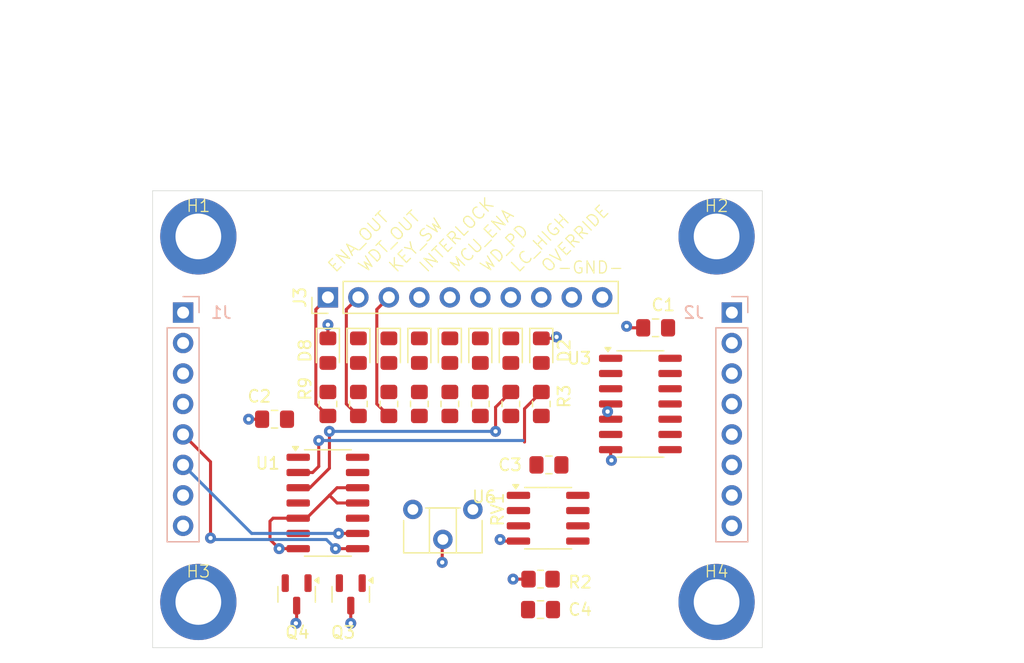
<source format=kicad_pcb>
(kicad_pcb (version 20240108) (generator "pcbnew") (generator_version "8.0")
  (layers (0 "F.Cu" signal) (1 "In1.Cu" signal) (2 "In2.Cu" signal) (31 "B.Cu" signal) (34 "B.Paste" user) (35 "F.Paste" user) (36 "B.SilkS" user "B.Silkscreen") (37 "F.SilkS" user "F.Silkscreen") (38 "B.Mask" user) (39 "F.Mask" user) (44 "Edge.Cuts" user))
  (net 0 "")
  (net 1 "GND")
  (net 2 "+5V")
  (net 3 "Net-(Q3-D)")
  (net 4 "Net-(Q3-G)")
  (net 6 "Net-(U1-Pad10)")
  (net 10 "Net-(U6-TR)")
  (net 13 "Net-(D1-A)")
  (net 16 "Net-(D2-A)")
  (net 17 "Net-(D3-A)")
  (net 18 "Net-(D4-A)")
  (net 19 "Net-(D5-A)")
  (net 20 "Net-(D6-A)")
  (net 21 "Net-(D7-A)")
  (net 22 "Net-(D8-A)")
  (net 23 "/LC_HIGH")
  (net 24 "/WD_PHOTODIODE")
  (net 25 "/OVERRIDE")
  (net 26 "/KEY_SW")
  (net 27 "/MCU_ENA")
  (net 28 "/INTERLOCK")
  (net 29 "/LASER_ENA")
  (net 30 "/WDT_OUT")
  (net 31 "Net-(R2-Pad1)")
  (footprint "my_mtg_hole:hole_250_150" (layer "F.Cu") (at 123.19 105.41)
    (property "Reference" "H3" (at 0 -2.54 0) (layer "F.SilkS") (effects (font (thickness 0.1))))
    (property "Value" "MountingHole_Pad")
    (pad "1" thru_hole circle (at 0 0) (size 6.35 6.35) (drill 3.81) (layers "*.Cu" "*.Mask") (net 1 "GND"))
  )
  (footprint "my_mtg_hole:hole_250_150" (layer "F.Cu") (at 166.37 74.93)
    (property "Reference" "H2" (at 0 -2.54 0) (layer "F.SilkS") (effects (font (thickness 0.1))))
    (property "Value" "MountingHole_Pad")
    (pad "1" thru_hole circle (at 0 0) (size 6.35 6.35) (drill 3.81) (layers "*.Cu" "*.Mask") (net 1 "GND"))
  )
  (footprint "Resistor_SMD:R_0805_2012Metric_Pad1.20x1.40mm_HandSolder" (layer "F.Cu") (at 146.685 88.9 -90)
    (property "Reference" "R4" (hide yes))
    (property "Value" "470")
    (fp_line (start -0.227064 0.735) (end 0.227064 0.735) (stroke (width 0.12)) (layer "F.SilkS"))
    (fp_line (start -0.227064 -0.735) (end 0.227064 -0.735) (stroke (width 0.12)) (layer "F.SilkS"))
    (pad "1" smd roundrect (at -1 0 270) (size 1.2 1.4) (layers "F.Cu" "F.Paste" "F.Mask") (roundrect_rratio 0.208333) (net 24 "/WD_PHOTODIODE"))
    (pad "2" smd roundrect (at 1 0 270) (size 1.2 1.4) (layers "F.Cu" "F.Paste" "F.Mask") (roundrect_rratio 0.208333) (net 17 "Net-(D3-A)"))
  )
  (footprint "LED_SMD:LED_0805_2012Metric_Pad1.15x1.40mm_HandSolder" (layer "F.Cu") (at 133.985 84.455 -90)
    (property "Reference" "D8" (at 0 1.905 90) (layer "F.SilkS"))
    (property "Value" "LED")
    (fp_line (start -1.86 0.96) (end 1 0.96) (stroke (width 0.12)) (layer "F.SilkS"))
    (fp_line (start -1.86 -0.96) (end -1.86 0.96) (stroke (width 0.12)) (layer "F.SilkS"))
    (fp_line (start 1 -0.96) (end -1.86 -0.96) (stroke (width 0.12)) (layer "F.SilkS"))
    (pad "1" smd roundrect (at -1.025 0 270) (size 1.15 1.4) (layers "F.Cu" "F.Paste" "F.Mask") (roundrect_rratio 0.217391) (net 1 "GND"))
    (pad "2" smd roundrect (at 1.025 0 270) (size 1.15 1.4) (layers "F.Cu" "F.Paste" "F.Mask") (roundrect_rratio 0.217391) (net 22 "Net-(D8-A)"))
  )
  (footprint "my_mtg_hole:hole_250_150" (layer "F.Cu") (at 166.37 105.41)
    (property "Reference" "H4" (at 0 -2.54 0) (layer "F.SilkS") (effects (font (thickness 0.1))))
    (property "Value" "MountingHole_Pad")
    (pad "1" thru_hole circle (at 0 0) (size 6.35 6.35) (drill 3.81) (layers "*.Cu" "*.Mask") (net 1 "GND"))
  )
  (footprint "LED_SMD:LED_0805_2012Metric_Pad1.15x1.40mm_HandSolder" (layer "F.Cu") (at 151.765 84.455 -90)
    (property "Reference" "D2" (at 0 -1.905 90) (layer "F.SilkS"))
    (property "Value" "LED")
    (fp_line (start -1.86 0.96) (end 1 0.96) (stroke (width 0.12)) (layer "F.SilkS"))
    (fp_line (start -1.86 -0.96) (end -1.86 0.96) (stroke (width 0.12)) (layer "F.SilkS"))
    (fp_line (start 1 -0.96) (end -1.86 -0.96) (stroke (width 0.12)) (layer "F.SilkS"))
    (pad "1" smd roundrect (at -1.025 0 270) (size 1.15 1.4) (layers "F.Cu" "F.Paste" "F.Mask") (roundrect_rratio 0.217391) (net 1 "GND"))
    (pad "2" smd roundrect (at 1.025 0 270) (size 1.15 1.4) (layers "F.Cu" "F.Paste" "F.Mask") (roundrect_rratio 0.217391) (net 16 "Net-(D2-A)"))
  )
  (footprint "Package_SO:SOIC-14_3.9x8.7mm_P1.27mm" (layer "F.Cu") (at 160.02 88.9)
    (property "Reference" "U3" (at -5.08 -3.81 0) (layer "F.SilkS"))
    (property "Value" "74LS11")
    (fp_line (start 0 -4.435) (end -1.95 -4.435) (stroke (width 0.12)) (layer "F.SilkS"))
    (fp_line (start 0 -4.435) (end 1.95 -4.435) (stroke (width 0.12)) (layer "F.SilkS"))
    (fp_line (start 0 4.435) (end -1.95 4.435) (stroke (width 0.12)) (layer "F.SilkS"))
    (fp_line (start 0 4.435) (end 1.95 4.435) (stroke (width 0.12)) (layer "F.SilkS"))
    (fp_poly (pts (xy -2.7 -4.37) (xy -2.94 -4.7) (xy -2.46 -4.7) (xy -2.7 -4.37)) (stroke (width 0.12)) (fill solid) (layer "F.SilkS"))
    (pad "1" smd roundrect (at -2.475 -3.81) (size 1.95 0.6) (layers "F.Cu" "F.Paste" "F.Mask") (net 30 "/WDT_OUT"))
    (pad "2" smd roundrect (at -2.475 -2.54) (size 1.95 0.6) (layers "F.Cu" "F.Paste" "F.Mask") (net 27 "/MCU_ENA"))
    (pad "3" smd roundrect (at -2.475 -1.27) (size 1.95 0.6) (layers "F.Cu" "F.Paste" "F.Mask") (net 1 "GND"))
    (pad "4" smd roundrect (at -2.475 0) (size 1.95 0.6) (layers "F.Cu" "F.Paste" "F.Mask") (net 1 "GND"))
    (pad "5" smd roundrect (at -2.475 1.27) (size 1.95 0.6) (layers "F.Cu" "F.Paste" "F.Mask") (net 1 "GND"))
    (pad "6" smd roundrect (at -2.475 2.54) (size 1.95 0.6) (layers "F.Cu" "F.Paste" "F.Mask"))
    (pad "7" smd roundrect (at -2.475 3.81) (size 1.95 0.6) (layers "F.Cu" "F.Paste" "F.Mask") (net 1 "GND"))
    (pad "8" smd roundrect (at 2.475 3.81) (size 1.95 0.6) (layers "F.Cu" "F.Paste" "F.Mask"))
    (pad "9" smd roundrect (at 2.475 2.54) (size 1.95 0.6) (layers "F.Cu" "F.Paste" "F.Mask") (net 1 "GND"))
    (pad "10" smd roundrect (at 2.475 1.27) (size 1.95 0.6) (layers "F.Cu" "F.Paste" "F.Mask") (net 1 "GND"))
    (pad "11" smd roundrect (at 2.475 0) (size 1.95 0.6) (layers "F.Cu" "F.Paste" "F.Mask") (net 1 "GND"))
    (pad "12" smd roundrect (at 2.475 -1.27) (size 1.95 0.6) (layers "F.Cu" "F.Paste" "F.Mask") (net 29 "/LASER_ENA"))
    (pad "13" smd roundrect (at 2.475 -2.54) (size 1.95 0.6) (layers "F.Cu" "F.Paste" "F.Mask") (net 6 "Net-(U1-Pad10)"))
    (pad "14" smd roundrect (at 2.475 -3.81) (size 1.95 0.6) (layers "F.Cu" "F.Paste" "F.Mask") (net 2 "+5V"))
  )
  (footprint "Resistor_SMD:R_0805_2012Metric_Pad1.20x1.40mm_HandSolder" (layer "F.Cu") (at 133.985 88.9 90)
    (property "Reference" "R9" (at 1.27 -1.905 -90) (layer "F.SilkS"))
    (property "Value" "470")
    (fp_line (start -0.227064 -0.735) (end 0.227064 -0.735) (stroke (width 0.12)) (layer "F.SilkS"))
    (fp_line (start -0.227064 0.735) (end 0.227064 0.735) (stroke (width 0.12)) (layer "F.SilkS"))
    (pad "1" smd roundrect (at -1 0 90) (size 1.2 1.4) (layers "F.Cu" "F.Paste" "F.Mask") (roundrect_rratio 0.208333) (net 29 "/LASER_ENA"))
    (pad "2" smd roundrect (at 1 0 90) (size 1.2 1.4) (layers "F.Cu" "F.Paste" "F.Mask") (roundrect_rratio 0.208333) (net 22 "Net-(D8-A)"))
  )
  (footprint "Resistor_SMD:R_0805_2012Metric_Pad1.20x1.40mm_HandSolder" (layer "F.Cu") (at 144.145 88.9 -90)
    (property "Reference" "R5" (hide yes))
    (property "Value" "470")
    (fp_line (start -0.227064 0.735) (end 0.227064 0.735) (stroke (width 0.12)) (layer "F.SilkS"))
    (fp_line (start -0.227064 -0.735) (end 0.227064 -0.735) (stroke (width 0.12)) (layer "F.SilkS"))
    (pad "1" smd roundrect (at -1 0 270) (size 1.2 1.4) (layers "F.Cu" "F.Paste" "F.Mask") (roundrect_rratio 0.208333) (net 27 "/MCU_ENA"))
    (pad "2" smd roundrect (at 1 0 270) (size 1.2 1.4) (layers "F.Cu" "F.Paste" "F.Mask") (roundrect_rratio 0.208333) (net 18 "Net-(D4-A)"))
  )
  (footprint "Resistor_SMD:R_0805_2012Metric_Pad1.20x1.40mm_HandSolder" (layer "F.Cu") (at 151.7 103.505)
    (property "Reference" "R2" (at 3.302 0.254 0) (layer "F.SilkS"))
    (property "Value" "R_US")
    (fp_line (start -0.227064 -0.735) (end 0.227064 -0.735) (stroke (width 0.12)) (layer "F.SilkS"))
    (fp_line (start -0.227064 0.735) (end 0.227064 0.735) (stroke (width 0.12)) (layer "F.SilkS"))
    (pad "1" smd roundrect (at -1 0) (size 1.2 1.4) (layers "F.Cu" "F.Paste" "F.Mask") (roundrect_rratio 0.208333) (net 31 "Net-(R2-Pad1)"))
    (pad "2" smd roundrect (at 1 0) (size 1.2 1.4) (layers "F.Cu" "F.Paste" "F.Mask") (roundrect_rratio 0.208333) (net 3 "Net-(Q3-D)"))
  )
  (footprint "LED_SMD:LED_0805_2012Metric_Pad1.15x1.40mm_HandSolder" (layer "F.Cu") (at 144.145 84.455 -90)
    (property "Reference" "D4" (hide yes))
    (property "Value" "LED")
    (fp_line (start -1.86 0.96) (end 1 0.96) (stroke (width 0.12)) (layer "F.SilkS"))
    (fp_line (start -1.86 -0.96) (end -1.86 0.96) (stroke (width 0.12)) (layer "F.SilkS"))
    (fp_line (start 1 -0.96) (end -1.86 -0.96) (stroke (width 0.12)) (layer "F.SilkS"))
    (pad "1" smd roundrect (at -1.025 0 270) (size 1.15 1.4) (layers "F.Cu" "F.Paste" "F.Mask") (roundrect_rratio 0.217391) (net 1 "GND"))
    (pad "2" smd roundrect (at 1.025 0 270) (size 1.15 1.4) (layers "F.Cu" "F.Paste" "F.Mask") (roundrect_rratio 0.217391) (net 18 "Net-(D4-A)"))
  )
  (footprint "Capacitor_SMD:C_0805_2012Metric_Pad1.18x1.45mm_HandSolder" (layer "F.Cu") (at 161.29 82.55 180)
    (property "Reference" "C1" (at -0.635 1.905 180) (layer "F.SilkS"))
    (property "Value" "C_Small")
    (fp_line (start -0.261252 0.735) (end 0.261252 0.735) (stroke (width 0.12)) (layer "F.SilkS"))
    (fp_line (start -0.261252 -0.735) (end 0.261252 -0.735) (stroke (width 0.12)) (layer "F.SilkS"))
    (pad "1" smd roundrect (at -1.0375 0 180) (size 1.175 1.45) (layers "F.Cu" "F.Paste" "F.Mask") (roundrect_rratio 0.212766) (net 2 "+5V"))
    (pad "2" smd roundrect (at 1.0375 0 180) (size 1.175 1.45) (layers "F.Cu" "F.Paste" "F.Mask") (roundrect_rratio 0.212766) (net 1 "GND"))
  )
  (footprint "Resistor_SMD:R_0805_2012Metric_Pad1.20x1.40mm_HandSolder" (layer "F.Cu") (at 139.065 88.9 90)
    (property "Reference" "R7" (hide yes))
    (property "Value" "470")
    (fp_line (start -0.227064 -0.735) (end 0.227064 -0.735) (stroke (width 0.12)) (layer "F.SilkS"))
    (fp_line (start -0.227064 0.735) (end 0.227064 0.735) (stroke (width 0.12)) (layer "F.SilkS"))
    (pad "1" smd roundrect (at -1 0 90) (size 1.2 1.4) (layers "F.Cu" "F.Paste" "F.Mask") (roundrect_rratio 0.208333) (net 26 "/KEY_SW"))
    (pad "2" smd roundrect (at 1 0 90) (size 1.2 1.4) (layers "F.Cu" "F.Paste" "F.Mask") (roundrect_rratio 0.208333) (net 20 "Net-(D6-A)"))
  )
  (footprint "Capacitor_SMD:C_0805_2012Metric_Pad1.18x1.45mm_HandSolder" (layer "F.Cu") (at 151.7 106.045 180)
    (property "Reference" "C4" (at -3.302 0 180) (layer "F.SilkS"))
    (property "Value" "C_Small")
    (fp_line (start -0.261252 0.735) (end 0.261252 0.735) (stroke (width 0.12)) (layer "F.SilkS"))
    (fp_line (start -0.261252 -0.735) (end 0.261252 -0.735) (stroke (width 0.12)) (layer "F.SilkS"))
    (pad "1" smd roundrect (at -1.0375 0 180) (size 1.175 1.45) (layers "F.Cu" "F.Paste" "F.Mask") (roundrect_rratio 0.212766) (net 3 "Net-(Q3-D)"))
    (pad "2" smd roundrect (at 1.0375 0 180) (size 1.175 1.45) (layers "F.Cu" "F.Paste" "F.Mask") (roundrect_rratio 0.212766) (net 1 "GND"))
  )
  (footprint "LED_SMD:LED_0805_2012Metric_Pad1.15x1.40mm_HandSolder" (layer "F.Cu") (at 149.225 84.455 -90)
    (property "Reference" "D1" (hide yes))
    (property "Value" "LED")
    (fp_line (start -1.86 0.96) (end 1 0.96) (stroke (width 0.12)) (layer "F.SilkS"))
    (fp_line (start -1.86 -0.96) (end -1.86 0.96) (stroke (width 0.12)) (layer "F.SilkS"))
    (fp_line (start 1 -0.96) (end -1.86 -0.96) (stroke (width 0.12)) (layer "F.SilkS"))
    (pad "1" smd roundrect (at -1.025 0 270) (size 1.15 1.4) (layers "F.Cu" "F.Paste" "F.Mask") (roundrect_rratio 0.217391) (net 1 "GND"))
    (pad "2" smd roundrect (at 1.025 0 270) (size 1.15 1.4) (layers "F.Cu" "F.Paste" "F.Mask") (roundrect_rratio 0.217391) (net 13 "Net-(D1-A)"))
  )
  (footprint "Resistor_SMD:R_0805_2012Metric_Pad1.20x1.40mm_HandSolder" (layer "F.Cu") (at 149.225 88.9 -90)
    (property "Reference" "R1" (hide yes))
    (property "Value" "470")
    (fp_line (start -0.227064 0.735) (end 0.227064 0.735) (stroke (width 0.12)) (layer "F.SilkS"))
    (fp_line (start -0.227064 -0.735) (end 0.227064 -0.735) (stroke (width 0.12)) (layer "F.SilkS"))
    (pad "1" smd roundrect (at -1 0 270) (size 1.2 1.4) (layers "F.Cu" "F.Paste" "F.Mask") (roundrect_rratio 0.208333) (net 23 "/LC_HIGH"))
    (pad "2" smd roundrect (at 1 0 270) (size 1.2 1.4) (layers "F.Cu" "F.Paste" "F.Mask") (roundrect_rratio 0.208333) (net 13 "Net-(D1-A)"))
  )
  (footprint "Package_TO_SOT_SMD:SOT-23" (layer "F.Cu") (at 135.89 104.775 -90)
    (property "Reference" "Q3" (at 3.175 0.635 180) (layer "F.SilkS"))
    (property "Value" "NMOS")
    (fp_line (start 0 1.56) (end -0.65 1.56) (stroke (width 0.12)) (layer "F.SilkS"))
    (fp_line (start 0 1.56) (end 0.65 1.56) (stroke (width 0.12)) (layer "F.SilkS"))
    (fp_line (start 0 -1.56) (end -0.65 -1.56) (stroke (width 0.12)) (layer "F.SilkS"))
    (fp_line (start 0 -1.56) (end 0.65 -1.56) (stroke (width 0.12)) (layer "F.SilkS"))
    (fp_poly (pts (xy -1.1625 -1.51) (xy -1.4025 -1.84) (xy -0.9225 -1.84) (xy -1.1625 -1.51)) (stroke (width 0.12)) (fill solid) (layer "F.SilkS"))
    (pad "1" smd roundrect (at -0.9375 -0.95 270) (size 1.475 0.6) (layers "F.Cu" "F.Paste" "F.Mask") (net 3 "Net-(Q3-D)"))
    (pad "2" smd roundrect (at -0.9375 0.95 270) (size 1.475 0.6) (layers "F.Cu" "F.Paste" "F.Mask") (net 4 "Net-(Q3-G)"))
    (pad "3" smd roundrect (at 0.9375 0 270) (size 1.475 0.6) (layers "F.Cu" "F.Paste" "F.Mask") (net 1 "GND"))
  )
  (footprint "Package_TO_SOT_SMD:SOT-23" (layer "F.Cu") (at 131.38 104.775 -90)
    (property "Reference" "Q4" (at 3.175 -0.065 180) (layer "F.SilkS"))
    (property "Value" "NMOS")
    (fp_line (start 0 1.56) (end -0.65 1.56) (stroke (width 0.12)) (layer "F.SilkS"))
    (fp_line (start 0 1.56) (end 0.65 1.56) (stroke (width 0.12)) (layer "F.SilkS"))
    (fp_line (start 0 -1.56) (end -0.65 -1.56) (stroke (width 0.12)) (layer "F.SilkS"))
    (fp_line (start 0 -1.56) (end 0.65 -1.56) (stroke (width 0.12)) (layer "F.SilkS"))
    (fp_poly (pts (xy -1.1625 -1.51) (xy -1.4025 -1.84) (xy -0.9225 -1.84) (xy -1.1625 -1.51)) (stroke (width 0.12)) (fill solid) (layer "F.SilkS"))
    (pad "1" smd roundrect (at -0.9375 -0.95 270) (size 1.475 0.6) (layers "F.Cu" "F.Paste" "F.Mask") (net 3 "Net-(Q3-D)"))
    (pad "2" smd roundrect (at -0.9375 0.95 270) (size 1.475 0.6) (layers "F.Cu" "F.Paste" "F.Mask") (net 24 "/WD_PHOTODIODE"))
    (pad "3" smd roundrect (at 0.9375 0 270) (size 1.475 0.6) (layers "F.Cu" "F.Paste" "F.Mask") (net 1 "GND"))
  )
  (footprint "Connector_PinHeader_2.54mm:PinHeader_1x10_P2.54mm_Vertical" (layer "F.Cu") (at 133.985 80.01 90)
    (property "Reference" "J3" (at 0 -2.33 90) (layer "F.SilkS"))
    (property "Value" "Conn_01x10")
    (fp_line (start -1.33 -1.33) (end 0 -1.33) (stroke (width 0.12)) (layer "F.SilkS"))
    (fp_line (start -1.33 0) (end -1.33 -1.33) (stroke (width 0.12)) (layer "F.SilkS"))
    (fp_line (start 1.33 1.27) (end 1.33 24.19) (stroke (width 0.12)) (layer "F.SilkS"))
    (fp_line (start -1.33 1.27) (end 1.33 1.27) (stroke (width 0.12)) (layer "F.SilkS"))
    (fp_line (start -1.33 1.27) (end -1.33 24.19) (stroke (width 0.12)) (layer "F.SilkS"))
    (fp_line (start -1.33 24.19) (end 1.33 24.19) (stroke (width 0.12)) (layer "F.SilkS"))
    (pad "1" thru_hole rect (at 0 0 90) (size 1.7 1.7) (drill 1) (layers "*.Cu" "*.Mask") (net 29 "/LASER_ENA"))
    (pad "2" thru_hole oval (at 0 2.54 90) (size 1.7 1.7) (drill 1) (layers "*.Cu" "*.Mask") (net 30 "/WDT_OUT"))
    (pad "3" thru_hole oval (at 0 5.08 90) (size 1.7 1.7) (drill 1) (layers "*.Cu" "*.Mask") (net 26 "/KEY_SW"))
    (pad "4" thru_hole oval (at 0 7.62 90) (size 1.7 1.7) (drill 1) (layers "*.Cu" "*.Mask") (net 28 "/INTERLOCK"))
    (pad "5" thru_hole oval (at 0 10.16 90) (size 1.7 1.7) (drill 1) (layers "*.Cu" "*.Mask") (net 27 "/MCU_ENA"))
    (pad "6" thru_hole oval (at 0 12.7 90) (size 1.7 1.7) (drill 1) (layers "*.Cu" "*.Mask") (net 24 "/WD_PHOTODIODE"))
    (pad "7" thru_hole oval (at 0 15.24 90) (size 1.7 1.7) (drill 1) (layers "*.Cu" "*.Mask") (net 23 "/LC_HIGH"))
    (pad "8" thru_hole oval (at 0 17.78 90) (size 1.7 1.7) (drill 1) (layers "*.Cu" "*.Mask") (net 25 "/OVERRIDE"))
    (pad "9" thru_hole oval (at 0 20.32 90) (size 1.7 1.7) (drill 1) (layers "*.Cu" "*.Mask") (net 1 "GND"))
    (pad "10" thru_hole oval (at 0 22.86 90) (size 1.7 1.7) (drill 1) (layers "*.Cu" "*.Mask") (net 1 "GND"))
  )
  (footprint "Resistor_SMD:R_0805_2012Metric_Pad1.20x1.40mm_HandSolder" (layer "F.Cu") (at 136.525 88.9 90)
    (property "Reference" "R8" (hide yes))
    (property "Value" "470")
    (fp_line (start -0.227064 -0.735) (end 0.227064 -0.735) (stroke (width 0.12)) (layer "F.SilkS"))
    (fp_line (start -0.227064 0.735) (end 0.227064 0.735) (stroke (width 0.12)) (layer "F.SilkS"))
    (pad "1" smd roundrect (at -1 0 90) (size 1.2 1.4) (layers "F.Cu" "F.Paste" "F.Mask") (roundrect_rratio 0.208333) (net 30 "/WDT_OUT"))
    (pad "2" smd roundrect (at 1 0 90) (size 1.2 1.4) (layers "F.Cu" "F.Paste" "F.Mask") (roundrect_rratio 0.208333) (net 21 "Net-(D7-A)"))
  )
  (footprint "Capacitor_SMD:C_0805_2012Metric_Pad1.18x1.45mm_HandSolder" (layer "F.Cu") (at 129.54 90.17 180)
    (property "Reference" "C2" (at 1.27 1.905 180) (layer "F.SilkS"))
    (property "Value" "C_Small")
    (fp_line (start -0.261252 0.735) (end 0.261252 0.735) (stroke (width 0.12)) (layer "F.SilkS"))
    (fp_line (start -0.261252 -0.735) (end 0.261252 -0.735) (stroke (width 0.12)) (layer "F.SilkS"))
    (pad "1" smd roundrect (at -1.0375 0 180) (size 1.175 1.45) (layers "F.Cu" "F.Paste" "F.Mask") (roundrect_rratio 0.212766) (net 2 "+5V"))
    (pad "2" smd roundrect (at 1.0375 0 180) (size 1.175 1.45) (layers "F.Cu" "F.Paste" "F.Mask") (roundrect_rratio 0.212766) (net 1 "GND"))
  )
  (footprint "LED_SMD:LED_0805_2012Metric_Pad1.15x1.40mm_HandSolder" (layer "F.Cu") (at 139.065 84.455 -90)
    (property "Reference" "D6" (hide yes))
    (property "Value" "LED")
    (fp_line (start -1.86 0.96) (end 1 0.96) (stroke (width 0.12)) (layer "F.SilkS"))
    (fp_line (start -1.86 -0.96) (end -1.86 0.96) (stroke (width 0.12)) (layer "F.SilkS"))
    (fp_line (start 1 -0.96) (end -1.86 -0.96) (stroke (width 0.12)) (layer "F.SilkS"))
    (pad "1" smd roundrect (at -1.025 0 270) (size 1.15 1.4) (layers "F.Cu" "F.Paste" "F.Mask") (roundrect_rratio 0.217391) (net 1 "GND"))
    (pad "2" smd roundrect (at 1.025 0 270) (size 1.15 1.4) (layers "F.Cu" "F.Paste" "F.Mask") (roundrect_rratio 0.217391) (net 20 "Net-(D6-A)"))
  )
  (footprint "Capacitor_SMD:C_0805_2012Metric_Pad1.18x1.45mm_HandSolder" (layer "F.Cu") (at 152.4 93.98 180)
    (property "Reference" "C3" (at 3.24 0 180) (layer "F.SilkS"))
    (property "Value" "C_Small")
    (fp_line (start -0.261252 0.735) (end 0.261252 0.735) (stroke (width 0.12)) (layer "F.SilkS"))
    (fp_line (start -0.261252 -0.735) (end 0.261252 -0.735) (stroke (width 0.12)) (layer "F.SilkS"))
    (pad "1" smd roundrect (at -1.0375 0 180) (size 1.175 1.45) (layers "F.Cu" "F.Paste" "F.Mask") (roundrect_rratio 0.212766) (net 2 "+5V"))
    (pad "2" smd roundrect (at 1.0375 0 180) (size 1.175 1.45) (layers "F.Cu" "F.Paste" "F.Mask") (roundrect_rratio 0.212766) (net 1 "GND"))
  )
  (footprint "my_mtg_hole:hole_250_150" (layer "F.Cu") (at 123.19 74.93)
    (property "Reference" "H1" (at 0 -2.54 0) (layer "F.SilkS") (effects (font (thickness 0.1))))
    (property "Value" "MountingHole_Pad")
    (pad "1" thru_hole circle (at 0 0) (size 6.35 6.35) (drill 3.81) (layers "*.Cu" "*.Mask") (net 1 "GND"))
  )
  (footprint "Resistor_SMD:R_0805_2012Metric_Pad1.20x1.40mm_HandSolder" (layer "F.Cu") (at 141.605 88.9 -90)
    (property "Reference" "R6" (hide yes))
    (property "Value" "470")
    (fp_line (start -0.227064 0.735) (end 0.227064 0.735) (stroke (width 0.12)) (layer "F.SilkS"))
    (fp_line (start -0.227064 -0.735) (end 0.227064 -0.735) (stroke (width 0.12)) (layer "F.SilkS"))
    (pad "1" smd roundrect (at -1 0 270) (size 1.2 1.4) (layers "F.Cu" "F.Paste" "F.Mask") (roundrect_rratio 0.208333) (net 28 "/INTERLOCK"))
    (pad "2" smd roundrect (at 1 0 270) (size 1.2 1.4) (layers "F.Cu" "F.Paste" "F.Mask") (roundrect_rratio 0.208333) (net 19 "Net-(D5-A)"))
  )
  (footprint "LED_SMD:LED_0805_2012Metric_Pad1.15x1.40mm_HandSolder" (layer "F.Cu") (at 141.605 84.455 -90)
    (property "Reference" "D5" (hide yes))
    (property "Value" "LED")
    (fp_line (start -1.86 0.96) (end 1 0.96) (stroke (width 0.12)) (layer "F.SilkS"))
    (fp_line (start -1.86 -0.96) (end -1.86 0.96) (stroke (width 0.12)) (layer "F.SilkS"))
    (fp_line (start 1 -0.96) (end -1.86 -0.96) (stroke (width 0.12)) (layer "F.SilkS"))
    (pad "1" smd roundrect (at -1.025 0 270) (size 1.15 1.4) (layers "F.Cu" "F.Paste" "F.Mask") (roundrect_rratio 0.217391) (net 1 "GND"))
    (pad "2" smd roundrect (at 1.025 0 270) (size 1.15 1.4) (layers "F.Cu" "F.Paste" "F.Mask") (roundrect_rratio 0.217391) (net 19 "Net-(D5-A)"))
  )
  (footprint "LED_SMD:LED_0805_2012Metric_Pad1.15x1.40mm_HandSolder" (layer "F.Cu") (at 136.525 84.455 -90)
    (property "Reference" "D7" (hide yes))
    (property "Value" "LED")
    (fp_line (start -1.86 0.96) (end 1 0.96) (stroke (width 0.12)) (layer "F.SilkS"))
    (fp_line (start -1.86 -0.96) (end -1.86 0.96) (stroke (width 0.12)) (layer "F.SilkS"))
    (fp_line (start 1 -0.96) (end -1.86 -0.96) (stroke (width 0.12)) (layer "F.SilkS"))
    (pad "1" smd roundrect (at -1.025 0 270) (size 1.15 1.4) (layers "F.Cu" "F.Paste" "F.Mask") (roundrect_rratio 0.217391) (net 1 "GND"))
    (pad "2" smd roundrect (at 1.025 0 270) (size 1.15 1.4) (layers "F.Cu" "F.Paste" "F.Mask") (roundrect_rratio 0.217391) (net 21 "Net-(D7-A)"))
  )
  (footprint "Resistor_SMD:R_0805_2012Metric_Pad1.20x1.40mm_HandSolder" (layer "F.Cu") (at 151.765 88.9 -90)
    (property "Reference" "R3" (at -0.635 -1.905 90) (layer "F.SilkS"))
    (property "Value" "470")
    (fp_line (start -0.227064 0.735) (end 0.227064 0.735) (stroke (width 0.12)) (layer "F.SilkS"))
    (fp_line (start -0.227064 -0.735) (end 0.227064 -0.735) (stroke (width 0.12)) (layer "F.SilkS"))
    (pad "1" smd roundrect (at -1 0 270) (size 1.2 1.4) (layers "F.Cu" "F.Paste" "F.Mask") (roundrect_rratio 0.208333) (net 25 "/OVERRIDE"))
    (pad "2" smd roundrect (at 1 0 270) (size 1.2 1.4) (layers "F.Cu" "F.Paste" "F.Mask") (roundrect_rratio 0.208333) (net 16 "Net-(D2-A)"))
  )
  (footprint "LED_SMD:LED_0805_2012Metric_Pad1.15x1.40mm_HandSolder" (layer "F.Cu") (at 146.685 84.455 -90)
    (property "Reference" "D3" (hide yes))
    (property "Value" "LED")
    (fp_line (start -1.86 0.96) (end 1 0.96) (stroke (width 0.12)) (layer "F.SilkS"))
    (fp_line (start -1.86 -0.96) (end -1.86 0.96) (stroke (width 0.12)) (layer "F.SilkS"))
    (fp_line (start 1 -0.96) (end -1.86 -0.96) (stroke (width 0.12)) (layer "F.SilkS"))
    (pad "1" smd roundrect (at -1.025 0 270) (size 1.15 1.4) (layers "F.Cu" "F.Paste" "F.Mask") (roundrect_rratio 0.217391) (net 1 "GND"))
    (pad "2" smd roundrect (at 1.025 0 270) (size 1.15 1.4) (layers "F.Cu" "F.Paste" "F.Mask") (roundrect_rratio 0.217391) (net 17 "Net-(D3-A)"))
  )
  (footprint "Package_SO:SOIC-8_3.9x4.9mm_P1.27mm" (layer "F.Cu") (at 152.335 98.425)
    (property "Reference" "U6" (at -5.334 -1.778 0) (layer "F.SilkS"))
    (property "Value" "LMC555xM")
    (fp_line (start 0 -2.56) (end -1.95 -2.56) (stroke (width 0.12)) (layer "F.SilkS"))
    (fp_line (start 0 -2.56) (end 1.95 -2.56) (stroke (width 0.12)) (layer "F.SilkS"))
    (fp_line (start 0 2.56) (end -1.95 2.56) (stroke (width 0.12)) (layer "F.SilkS"))
    (fp_line (start 0 2.56) (end 1.95 2.56) (stroke (width 0.12)) (layer "F.SilkS"))
    (fp_poly (pts (xy -2.7 -2.465) (xy -2.94 -2.795) (xy -2.46 -2.795) (xy -2.7 -2.465)) (stroke (width 0.12)) (fill solid) (layer "F.SilkS"))
    (pad "1" smd roundrect (at -2.475 -1.905) (size 1.95 0.6) (layers "F.Cu" "F.Paste" "F.Mask") (net 1 "GND"))
    (pad "2" smd roundrect (at -2.475 -0.635) (size 1.95 0.6) (layers "F.Cu" "F.Paste" "F.Mask") (net 10 "Net-(U6-TR)"))
    (pad "3" smd roundrect (at -2.475 0.635) (size 1.95 0.6) (layers "F.Cu" "F.Paste" "F.Mask") (net 30 "/WDT_OUT"))
    (pad "4" smd roundrect (at -2.475 1.905) (size 1.95 0.6) (layers "F.Cu" "F.Paste" "F.Mask") (net 2 "+5V"))
    (pad "5" smd roundrect (at 2.475 1.905) (size 1.95 0.6) (layers "F.Cu" "F.Paste" "F.Mask"))
    (pad "6" smd roundrect (at 2.475 0.635) (size 1.95 0.6) (layers "F.Cu" "F.Paste" "F.Mask") (net 3 "Net-(Q3-D)"))
    (pad "7" smd roundrect (at 2.475 -0.635) (size 1.95 0.6) (layers "F.Cu" "F.Paste" "F.Mask") (net 3 "Net-(Q3-D)"))
    (pad "8" smd roundrect (at 2.475 -1.905) (size 1.95 0.6) (layers "F.Cu" "F.Paste" "F.Mask") (net 2 "+5V"))
  )
  (footprint "Package_SO:SOIC-14_3.9x8.7mm_P1.27mm" (layer "F.Cu") (at 133.985 97.155)
    (property "Reference" "U1" (at -5.015 -3.302 0) (layer "F.SilkS"))
    (property "Value" "74LS02")
    (fp_line (start 0 -4.435) (end -1.95 -4.435) (stroke (width 0.12)) (layer "F.SilkS"))
    (fp_line (start 0 -4.435) (end 1.95 -4.435) (stroke (width 0.12)) (layer "F.SilkS"))
    (fp_line (start 0 4.435) (end -1.95 4.435) (stroke (width 0.12)) (layer "F.SilkS"))
    (fp_line (start 0 4.435) (end 1.95 4.435) (stroke (width 0.12)) (layer "F.SilkS"))
    (fp_poly (pts (xy -2.7 -4.37) (xy -2.94 -4.7) (xy -2.46 -4.7) (xy -2.7 -4.37)) (stroke (width 0.12)) (fill solid) (layer "F.SilkS"))
    (pad "1" smd roundrect (at -2.475 -3.81) (size 1.95 0.6) (layers "F.Cu" "F.Paste" "F.Mask") (net 4 "Net-(Q3-G)"))
    (pad "2" smd roundrect (at -2.475 -2.54) (size 1.95 0.6) (layers "F.Cu" "F.Paste" "F.Mask") (net 25 "/OVERRIDE"))
    (pad "3" smd roundrect (at -2.475 -1.27) (size 1.95 0.6) (layers "F.Cu" "F.Paste" "F.Mask") (net 23 "/LC_HIGH"))
    (pad "4" smd roundrect (at -2.475 0) (size 1.95 0.6) (layers "F.Cu" "F.Paste" "F.Mask") (net 10 "Net-(U6-TR)"))
    (pad "5" smd roundrect (at -2.475 1.27) (size 1.95 0.6) (layers "F.Cu" "F.Paste" "F.Mask") (net 1 "GND"))
    (pad "6" smd roundrect (at -2.475 2.54) (size 1.95 0.6) (layers "F.Cu" "F.Paste" "F.Mask") (net 4 "Net-(Q3-G)"))
    (pad "7" smd roundrect (at -2.475 3.81) (size 1.95 0.6) (layers "F.Cu" "F.Paste" "F.Mask") (net 1 "GND"))
    (pad "8" smd roundrect (at 2.475 3.81) (size 1.95 0.6) (layers "F.Cu" "F.Paste" "F.Mask") (net 28 "/INTERLOCK"))
    (pad "9" smd roundrect (at 2.475 2.54) (size 1.95 0.6) (layers "F.Cu" "F.Paste" "F.Mask") (net 26 "/KEY_SW"))
    (pad "10" smd roundrect (at 2.475 1.27) (size 1.95 0.6) (layers "F.Cu" "F.Paste" "F.Mask") (net 6 "Net-(U1-Pad10)"))
    (pad "11" smd roundrect (at 2.475 0) (size 1.95 0.6) (layers "F.Cu" "F.Paste" "F.Mask") (net 1 "GND"))
    (pad "12" smd roundrect (at 2.475 -1.27) (size 1.95 0.6) (layers "F.Cu" "F.Paste" "F.Mask") (net 1 "GND"))
    (pad "13" smd roundrect (at 2.475 -2.54) (size 1.95 0.6) (layers "F.Cu" "F.Paste" "F.Mask"))
    (pad "14" smd roundrect (at 2.475 -3.81) (size 1.95 0.6) (layers "F.Cu" "F.Paste" "F.Mask") (net 2 "+5V"))
  )
  (footprint "Potentiometer_THT:Potentiometer_ACP_CA6-H2,5_Horizontal" (layer "F.Cu") (at 146.065 97.695 -90)
    (property "Reference" "RV1" (at 0 -2.06 90) (layer "F.SilkS"))
    (property "Value" "R_Potentiometer_US")
    (fp_line (start 0.925 5.77) (end 3.62 5.77) (stroke (width 0.12)) (layer "F.SilkS"))
    (fp_line (start -0.121 3.62) (end 3.62 3.62) (stroke (width 0.12)) (layer "F.SilkS"))
    (fp_line (start -0.121 1.38) (end -0.121 3.62) (stroke (width 0.12)) (layer "F.SilkS"))
    (fp_line (start -0.121 1.38) (end 3.62 1.38) (stroke (width 0.12)) (layer "F.SilkS"))
    (fp_line (start 3.62 1.38) (end 3.62 3.62) (stroke (width 0.12)) (layer "F.SilkS"))
    (fp_line (start -0.121 1.066) (end -0.121 3.935) (stroke (width 0.12)) (layer "F.SilkS"))
    (fp_line (start 0.925 -0.77) (end 3.62 -0.77) (stroke (width 0.12)) (layer "F.SilkS"))
    (fp_line (start 3.62 -0.77) (end 3.62 5.77) (stroke (width 0.12)) (layer "F.SilkS"))
    (pad "1" thru_hole circle (at 0 0 270) (size 1.62 1.62) (drill 0.9) (layers "*.Cu" "*.Mask") (net 2 "+5V"))
    (pad "2" thru_hole circle (at 2.5 2.5 270) (size 1.62 1.62) (drill 0.9) (layers "*.Cu" "*.Mask") (net 1 "GND"))
    (pad "3" thru_hole circle (at 0 5 270) (size 1.62 1.62) (drill 0.9) (layers "*.Cu" "*.Mask") (net 31 "Net-(R2-Pad1)"))
  )
  (footprint "Connector_PinHeader_2.54mm:PinHeader_1x08_P2.54mm_Vertical" (layer "B.Cu") (at 167.64 81.28 180)
    (property "Reference" "J2" (at 3.175 0 180) (layer "B.SilkS") (effects (justify mirror)))
    (property "Value" "Conn_01x08")
    (fp_line (start 1.33 -1.27) (end -1.33 -1.27) (stroke (width 0.12)) (layer "B.SilkS"))
    (fp_line (start 1.33 -19.11) (end 1.33 -1.27) (stroke (width 0.12)) (layer "B.SilkS"))
    (fp_line (start 1.33 -19.11) (end -1.33 -19.11) (stroke (width 0.12)) (layer "B.SilkS"))
    (fp_line (start 0 1.33) (end -1.33 1.33) (stroke (width 0.12)) (layer "B.SilkS"))
    (fp_line (start -1.33 1.33) (end -1.33 0) (stroke (width 0.12)) (layer "B.SilkS"))
    (fp_line (start -1.33 -19.11) (end -1.33 -1.27) (stroke (width 0.12)) (layer "B.SilkS"))
    (pad "1" thru_hole rect (at 0 0 180) (size 1.7 1.7) (drill 1) (layers "*.Cu" "*.Mask") (net 29 "/LASER_ENA"))
    (pad "2" thru_hole oval (at 0 -2.54 180) (size 1.7 1.7) (drill 1) (layers "*.Cu" "*.Mask"))
    (pad "3" thru_hole oval (at 0 -5.08 180) (size 1.7 1.7) (drill 1) (layers "*.Cu" "*.Mask"))
    (pad "4" thru_hole oval (at 0 -7.62 180) (size 1.7 1.7) (drill 1) (layers "*.Cu" "*.Mask") (net 2 "+5V"))
    (pad "5" thru_hole oval (at 0 -10.16 180) (size 1.7 1.7) (drill 1) (layers "*.Cu" "*.Mask") (net 2 "+5V"))
    (pad "6" thru_hole oval (at 0 -12.7 180) (size 1.7 1.7) (drill 1) (layers "*.Cu" "*.Mask") (net 1 "GND"))
    (pad "7" thru_hole oval (at 0 -15.24 180) (size 1.7 1.7) (drill 1) (layers "*.Cu" "*.Mask") (net 1 "GND"))
    (pad "8" thru_hole oval (at 0 -17.78 180) (size 1.7 1.7) (drill 1) (layers "*.Cu" "*.Mask") (net 1 "GND"))
  )
  (footprint "Connector_PinHeader_2.54mm:PinHeader_1x08_P2.54mm_Vertical" (layer "B.Cu") (at 121.92 81.28 180)
    (property "Reference" "J1" (at -3.175 0 180) (layer "B.SilkS") (effects (justify mirror)))
    (property "Value" "Conn_01x08")
    (fp_line (start 1.33 -1.27) (end -1.33 -1.27) (stroke (width 0.12)) (layer "B.SilkS"))
    (fp_line (start 1.33 -19.11) (end 1.33 -1.27) (stroke (width 0.12)) (layer "B.SilkS"))
    (fp_line (start 1.33 -19.11) (end -1.33 -19.11) (stroke (width 0.12)) (layer "B.SilkS"))
    (fp_line (start 0 1.33) (end -1.33 1.33) (stroke (width 0.12)) (layer "B.SilkS"))
    (fp_line (start -1.33 1.33) (end -1.33 0) (stroke (width 0.12)) (layer "B.SilkS"))
    (fp_line (start -1.33 -19.11) (end -1.33 -1.27) (stroke (width 0.12)) (layer "B.SilkS"))
    (pad "1" thru_hole rect (at 0 0 180) (size 1.7 1.7) (drill 1) (layers "*.Cu" "*.Mask") (net 25 "/OVERRIDE"))
    (pad "2" thru_hole oval (at 0 -2.54 180) (size 1.7 1.7) (drill 1) (layers "*.Cu" "*.Mask") (net 23 "/LC_HIGH"))
    (pad "3" thru_hole oval (at 0 -5.08 180) (size 1.7 1.7) (drill 1) (layers "*.Cu" "*.Mask") (net 24 "/WD_PHOTODIODE"))
    (pad "4" thru_hole oval (at 0 -7.62 180) (size 1.7 1.7) (drill 1) (layers "*.Cu" "*.Mask") (net 27 "/MCU_ENA"))
    (pad "5" thru_hole oval (at 0 -10.16 180) (size 1.7 1.7) (drill 1) (layers "*.Cu" "*.Mask") (net 28 "/INTERLOCK"))
    (pad "6" thru_hole oval (at 0 -12.7 180) (size 1.7 1.7) (drill 1) (layers "*.Cu" "*.Mask") (net 26 "/KEY_SW"))
    (pad "7" thru_hole oval (at 0 -15.24 180) (size 1.7 1.7) (drill 1) (layers "*.Cu" "*.Mask"))
    (pad "8" thru_hole oval (at 0 -17.78 180) (size 1.7 1.7) (drill 1) (layers "*.Cu" "*.Mask"))
  )
  (gr_line (start 170.18 109.22) (end 119.38 109.22) (stroke (width 0.05)) (layer "Edge.Cuts"))
  (gr_line (start 119.38 109.22) (end 119.38 71.12) (stroke (width 0.05)) (layer "Edge.Cuts"))
  (gr_line (start 170.18 71.12) (end 170.18 109.22) (stroke (width 0.05)) (layer "Edge.Cuts"))
  (gr_line (start 119.38 71.12) (end 170.18 71.12) (stroke (width 0.05)) (layer "Edge.Cuts"))
  (gr_text "-GND-" (at 153.035 78.105 0) (layer "F.SilkS") (effects (font (size 1 1) (thickness 0.1)) (justify left bottom)))
  (gr_text "KEY_SW" (at 139.7 78.105 45) (layer "F.SilkS") (effects (font (size 1 1) (thickness 0.1)) (justify left bottom)))
  (gr_text "MCU_ENA" (at 144.78 78.105 45) (layer "F.SilkS") (effects (font (size 1 1) (thickness 0.1)) (justify left bottom)))
  (gr_text "LC_HIGH" (at 149.86 78.105 45) (layer "F.SilkS") (effects (font (size 1 1) (thickness 0.1)) (justify left bottom)))
  (gr_text "OVERRIDE" (at 152.4 78.105 45) (layer "F.SilkS") (effects (font (size 1 1) (thickness 0.1)) (justify left bottom)))
  (gr_text "WDT_OUT" (at 137.16 78.105 45) (layer "F.SilkS") (effects (font (size 1 1) (thickness 0.1)) (justify left bottom)))
  (gr_text "INTERLOCK" (at 142.24 78.105 45) (layer "F.SilkS") (effects (font (size 1 1) (thickness 0.1)) (justify left bottom)))
  (gr_text "WD_PD" (at 147.32 78.105 45) (layer "F.SilkS") (effects (font (size 1 1) (thickness 0.1)) (justify left bottom)))
  (gr_text "ENA_OUT" (at 134.62 78.105 45) (layer "F.SilkS") (effects (font (size 1 1) (thickness 0.1)) (justify left bottom)))
  (segment (start 134.747 95.885) (end 134.112 96.52) (width 0.254) (layer "F.Cu") (net 1))
  (segment (start 143.565 100.275) (end 143.51 100.33) (width 0.254) (layer "F.Cu") (net 1))
  (segment (start 128.5025 90.17) (end 127.381 90.17) (width 0.254) (layer "F.Cu") (net 1))
  (segment (start 134.747 97.155) (end 136.46 97.155) (width 0.254) (layer "F.Cu") (net 1))
  (segment (start 143.565 100.195) (end 143.565 100.275) (width 0.254) (layer "F.Cu") (net 1))
  (segment (start 131.51 98.425) (end 132.207 98.425) (width 0.254) (layer "F.Cu") (net 1))
  (segment (start 151.765 83.43) (end 152.917 83.43) (width 0.254) (layer "F.Cu") (net 1))
  (segment (start 132.207 98.425) (end 134.112 96.52) (width 0.254) (layer "F.Cu") (net 1))
  (segment (start 160.2525 82.55) (end 159.004 82.55) (width 0.254) (layer "F.Cu") (net 1))
  (segment (start 129.413 98.425) (end 129.159 98.679) (width 0.254) (layer "F.Cu") (net 1))
  (segment (start 134.112 96.52) (end 134.747 97.155) (width 0.254) (layer "F.Cu") (net 1))
  (segment (start 136.46 95.885) (end 134.747 95.885) (width 0.254) (layer "F.Cu") (net 1))
  (segment (start 131.51 98.425) (end 129.413 98.425) (width 0.254) (layer "F.Cu") (net 1))
  (segment (start 157.545 92.71) (end 157.545 93.537) (width 0.254) (layer "F.Cu") (net 1))
  (segment (start 133.985 83.43) (end 133.985 82.296) (width 0.254) (layer "F.Cu") (net 1))
  (segment (start 157.545 93.537) (end 157.607 93.599) (width 0.254) (layer "F.Cu") (net 1))
  (segment (start 131.38 107.126) (end 131.318 107.188) (width 0.254) (layer "F.Cu") (net 1))
  (segment (start 152.917 83.43) (end 153.035 83.312) (width 0.254) (layer "F.Cu") (net 1))
  (segment (start 159.004 82.55) (end 158.877 82.423) (width 0.254) (layer "F.Cu") (net 1))
  (segment (start 143.51 100.33) (end 143.51 102.108) (width 0.254) (layer "F.Cu") (net 1))
  (segment (start 131.38 105.7125) (end 131.38 107.126) (width 0.254) (layer "F.Cu") (net 1))
  (segment (start 129.159 98.679) (end 129.159 100.203) (width 0.254) (layer "F.Cu") (net 1))
  (segment (start 129.159 100.203) (end 129.921 100.965) (width 0.254) (layer "F.Cu") (net 1))
  (segment (start 131.51 100.965) (end 129.921 100.965) (width 0.254) (layer "F.Cu") (net 1))
  (segment (start 135.89 105.7125) (end 135.89 107.188) (width 0.254) (layer "F.Cu") (net 1))
  (via (at 133.985 82.296) (size 0.9144) (drill 0.3556) (layers "F.Cu" "B.Cu") (net 1))
  (via (at 157.288 89.535) (size 0.9144) (drill 0.3556) (layers "F.Cu" "B.Cu") (net 1))
  (via (at 157.607 93.599) (size 0.9144) (drill 0.3556) (layers "F.Cu" "B.Cu") (net 1))
  (via (at 131.318 107.188) (size 0.9144) (drill 0.3556) (layers "F.Cu" "B.Cu") (net 1))
  (via (at 143.51 102.108) (size 0.9144) (drill 0.3556) (layers "F.Cu" "B.Cu") (net 1))
  (via (at 153.035 83.312) (size 0.9144) (drill 0.3556) (layers "F.Cu" "B.Cu") (net 1))
  (via (at 135.89 107.188) (size 0.9144) (drill 0.3556) (layers "F.Cu" "B.Cu") (net 1))
  (via (at 158.877 82.423) (size 0.9144) (drill 0.3556) (layers "F.Cu" "B.Cu") (net 1))
  (via (at 127.381 90.17) (size 0.9144) (drill 0.3556) (layers "F.Cu" "B.Cu") (net 1))
  (via (at 129.921 100.965) (size 0.9144) (drill 0.3556) (layers "F.Cu" "B.Cu") (net 1))
  (segment (start 157.161 89.408) (end 157.288 89.535) (width 0.254) (layer "B.Cu") (net 1))
  (segment (start 149.86 100.33) (end 148.46 100.33) (width 0.254) (layer "F.Cu") (net 2))
  (via (at 148.333 100.203) (size 0.9144) (drill 0.3556) (layers "F.Cu" "B.Cu") (net 2))
  (segment (start 132.484999 95.885) (end 134.112 94.257999) (width 0.254) (layer "F.Cu") (net 23))
  (segment (start 147.955 91.186) (end 147.955 89.17) (width 0.254) (layer "F.Cu") (net 23))
  (segment (start 134.112 94.257999) (end 134.112 91.186) (width 0.254) (layer "F.Cu") (net 23))
  (segment (start 131.51 95.885) (end 132.484999 95.885) (width 0.254) (layer "F.Cu") (net 23))
  (segment (start 147.955 89.17) (end 149.225 87.9) (width 0.254) (layer "F.Cu") (net 23))
  (via (at 134.112 91.186) (size 0.9144) (drill 0.3556) (layers "F.Cu" "B.Cu") (net 23))
  (via (at 147.955 91.186) (size 0.9144) (drill 0.3556) (layers "F.Cu" "B.Cu") (net 23))
  (segment (start 134.112 91.186) (end 147.955 91.186) (width 0.254) (layer "B.Cu") (net 23))
  (segment (start 150.368 92.075) (end 150.368 89.297) (width 0.254) (layer "F.Cu") (net 25))
  (segment (start 132.715 94.615) (end 133.223 94.107) (width 0.254) (layer "F.Cu") (net 25))
  (segment (start 131.51 94.615) (end 132.715 94.615) (width 0.254) (layer "F.Cu") (net 25))
  (segment (start 150.368 89.297) (end 151.765 87.9) (width 0.254) (layer "F.Cu") (net 25))
  (segment (start 133.223 94.107) (end 133.223 91.948) (width 0.254) (layer "F.Cu") (net 25))
  (via (at 133.223 91.948) (size 0.9144) (drill 0.3556) (layers "F.Cu" "B.Cu") (net 25))
  (segment (start 133.223 91.948) (end 150.241 91.948) (width 0.254) (layer "B.Cu") (net 25))
  (segment (start 136.46 99.695) (end 134.874 99.695) (width 0.254) (layer "F.Cu") (net 26))
  (segment (start 138.0602 88.8952) (end 139.065 89.9) (width 0.254) (layer "F.Cu") (net 26))
  (segment (start 139.065 80.01) (end 138.0602 81.0148) (width 0.254) (layer "F.Cu") (net 26))
  (segment (start 138.0602 81.0148) (end 138.0602 88.8952) (width 0.254) (layer "F.Cu") (net 26))
  (via (at 134.874 99.695) (size 0.9144) (drill 0.3556) (layers "F.Cu" "B.Cu") (net 26))
  (segment (start 127.635 99.695) (end 121.92 93.98) (width 0.254) (layer "B.Cu") (net 26))
  (segment (start 134.874 99.695) (end 127.635 99.695) (width 0.254) (layer "B.Cu") (net 26))
  (segment (start 136.46 100.965) (end 134.62 100.965) (width 0.254) (layer "F.Cu") (net 28))
  (segment (start 124.206 93.726) (end 121.92 91.44) (width 0.254) (layer "F.Cu") (net 28))
  (segment (start 124.206 100.076) (end 124.206 93.726) (width 0.254) (layer "F.Cu") (net 28))
  (via (at 124.206 100.076) (size 0.9144) (drill 0.3556) (layers "F.Cu" "B.Cu") (net 28))
  (via (at 134.62 100.965) (size 0.9144) (drill 0.3556) (layers "F.Cu" "B.Cu") (net 28))
  (segment (start 124.333 100.203) (end 124.206 100.076) (width 0.254) (layer "B.Cu") (net 28))
  (segment (start 133.858 100.203) (end 124.333 100.203) (width 0.254) (layer "B.Cu") (net 28))
  (segment (start 134.62 100.965) (end 133.858 100.203) (width 0.254) (layer "B.Cu") (net 28))
  (segment (start 132.9802 88.8952) (end 133.985 89.9) (width 0.254) (layer "F.Cu") (net 29))
  (segment (start 132.9802 81.0148) (end 132.9802 88.8952) (width 0.254) (layer "F.Cu") (net 29))
  (segment (start 133.985 80.01) (end 132.9802 81.0148) (width 0.254) (layer "F.Cu") (net 29))
  (segment (start 135.5202 81.0148) (end 135.5202 88.8952) (width 0.254) (layer "F.Cu") (net 30))
  (segment (start 135.5202 88.8952) (end 136.525 89.9) (width 0.254) (layer "F.Cu") (net 30))
  (segment (start 136.525 80.01) (end 135.5202 81.0148) (width 0.254) (layer "F.Cu") (net 30))
  (segment (start 150.7 103.505) (end 149.414 103.505) (width 0.254) (layer "F.Cu") (net 31))
  (via (at 149.414 103.505) (size 0.9144) (drill 0.3556) (layers "F.Cu" "B.Cu") (net 31))
)
</source>
